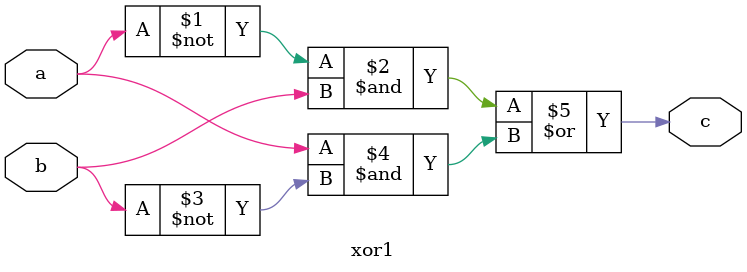
<source format=v>
`timescale 1ns / 1ps

module ha1(x,y,s,c);
		input x,y;
		output s,c;
	
		assign c= x&y;
		xor1 g1(x,y,s);

endmodule

module xor1(a,b,c);
	input a,b;
	output c;
	assign c= ~a&b | a&~b;
	
endmodule

</source>
